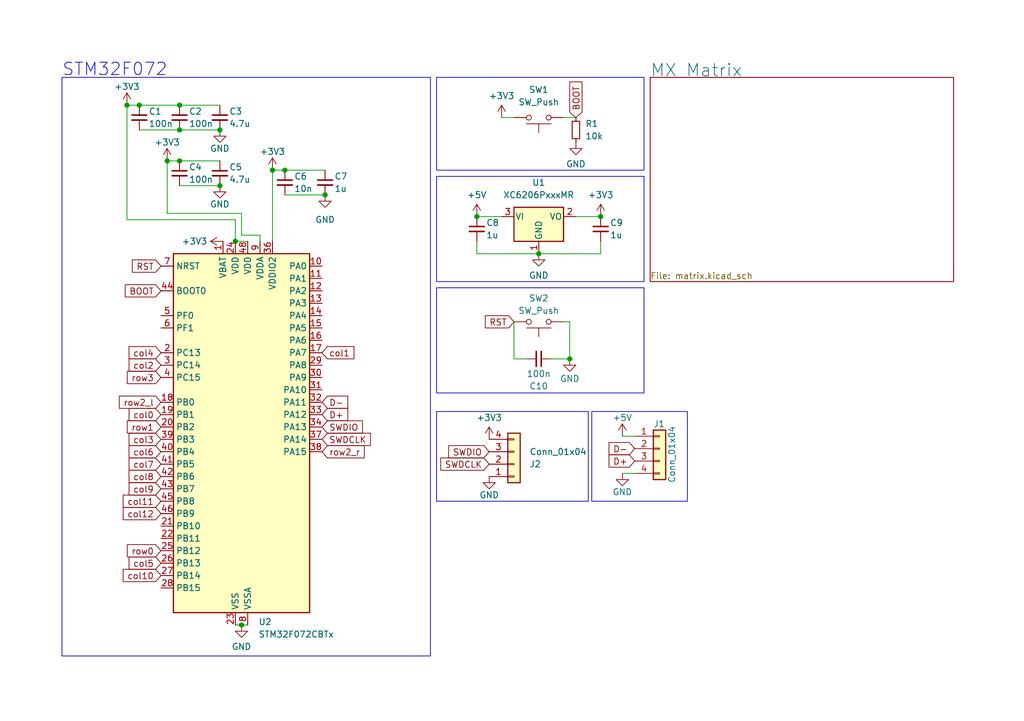
<source format=kicad_sch>
(kicad_sch (version 20231120) (generator "eeschema") (generator_version "8.0")
  (paper "A5")
  (lib_symbols
    (symbol "Connector_Generic:Conn_01x04" (pin_names (offset 1.016) hide)
      (property "Reference" "J" (at 0 5.08 0))
      (property "Value" "Conn_01x04" (at 0 -7.62 0))
      (symbol "Conn_01x04_1_1"
        (rectangle (start -1.27 -4.953) (end 0 -5.207) (stroke (width 0.1524)))
        (rectangle (start -1.27 -2.413) (end 0 -2.667) (stroke (width 0.1524)))
        (rectangle (start -1.27 0.127) (end 0 -0.127) (stroke (width 0.1524)))
        (rectangle (start -1.27 2.667) (end 0 2.413) (stroke (width 0.1524)))
        (rectangle (start -1.27 3.81) (end 1.27 -6.35) (stroke (width 0.254)) (fill (type background)))
        (pin passive line (at -5.08 2.54 0) (length 3.81) (name "Pin_1") (number "1"))
        (pin passive line (at -5.08 0 0) (length 3.81) (name "Pin_2") (number "2"))
        (pin passive line (at -5.08 -2.54 0) (length 3.81) (name "Pin_3") (number "3"))
        (pin passive line (at -5.08 -5.08 0) (length 3.81) (name "Pin_4") (number "4"))
      )
    )
    (symbol "Device:C_Small" (pin_numbers hide) (pin_names (offset 0.254) hide)
      (property "Reference" "C" (at 0.254 1.778 0))
      (property "Value" "C_Small" (at 0.254 -2.032 0))
      (symbol "C_Small_0_1"
        (polyline (pts (xy -1.524 -0.508) (xy 1.524 -0.508)) (stroke (width 0.3302)))
        (polyline (pts (xy -1.524 0.508) (xy 1.524 0.508)) (stroke (width 0.3048)))
      )
      (symbol "C_Small_1_1"
        (pin passive line (at 0 2.54 270) (length 2.032) (name "~") (number "1"))
        (pin passive line (at 0 -2.54 90) (length 2.032) (name "~") (number "2"))
      )
    )
    (symbol "Device:R_Small" (pin_numbers hide) (pin_names (offset 0.254) hide)
      (property "Reference" "R" (at 0.762 0.508 0))
      (property "Value" "R_Small" (at 0.762 -1.016 0))
      (symbol "R_Small_0_1"
        (rectangle (start -0.762 1.778) (end 0.762 -1.778) (stroke (width 0.2032)))
      )
      (symbol "R_Small_1_1"
        (pin passive line (at 0 2.54 270) (length 0.762) (name "~") (number "1"))
        (pin passive line (at 0 -2.54 90) (length 0.762) (name "~") (number "2"))
      )
    )
    (symbol "MCU_ST_STM32F0:STM32F072CBTx"
      (property "Reference" "U" (at -12.7 39.37 0))
      (property "Value" "STM32F072CBTx" (at 10.16 39.37 0))
      (symbol "STM32F072CBTx_0_1"
        (rectangle (start -12.7 -35.56) (end 15.24 38.1) (stroke (width 0.254)) (fill (type background)))
      )
      (symbol "STM32F072CBTx_1_1"
        (pin power_in line (at -2.54 40.64 270) (length 2.54) (name "VBAT") (number "1"))
        (pin bidirectional line (at 17.78 35.56 180) (length 2.54) (name "PA0") (number "10"))
        (pin bidirectional line (at 17.78 33.02 180) (length 2.54) (name "PA1") (number "11"))
        (pin bidirectional line (at 17.78 30.48 180) (length 2.54) (name "PA2") (number "12"))
        (pin bidirectional line (at 17.78 27.94 180) (length 2.54) (name "PA3") (number "13"))
        (pin bidirectional line (at 17.78 25.4 180) (length 2.54) (name "PA4") (number "14"))
        (pin bidirectional line (at 17.78 22.86 180) (length 2.54) (name "PA5") (number "15"))
        (pin bidirectional line (at 17.78 20.32 180) (length 2.54) (name "PA6") (number "16"))
        (pin bidirectional line (at 17.78 17.78 180) (length 2.54) (name "PA7") (number "17"))
        (pin bidirectional line (at -15.24 7.62 0) (length 2.54) (name "PB0") (number "18"))
        (pin bidirectional line (at -15.24 5.08 0) (length 2.54) (name "PB1") (number "19"))
        (pin bidirectional line (at -15.24 17.78 0) (length 2.54) (name "PC13") (number "2"))
        (pin bidirectional line (at -15.24 2.54 0) (length 2.54) (name "PB2") (number "20"))
        (pin bidirectional line (at -15.24 -17.78 0) (length 2.54) (name "PB10") (number "21"))
        (pin bidirectional line (at -15.24 -20.32 0) (length 2.54) (name "PB11") (number "22"))
        (pin power_in line (at 0 -38.1 90) (length 2.54) (name "VSS") (number "23"))
        (pin power_in line (at 0 40.64 270) (length 2.54) (name "VDD") (number "24"))
        (pin bidirectional line (at -15.24 -22.86 0) (length 2.54) (name "PB12") (number "25"))
        (pin bidirectional line (at -15.24 -25.4 0) (length 2.54) (name "PB13") (number "26"))
        (pin bidirectional line (at -15.24 -27.94 0) (length 2.54) (name "PB14") (number "27"))
        (pin bidirectional line (at -15.24 -30.48 0) (length 2.54) (name "PB15") (number "28"))
        (pin bidirectional line (at 17.78 15.24 180) (length 2.54) (name "PA8") (number "29"))
        (pin bidirectional line (at -15.24 15.24 0) (length 2.54) (name "PC14") (number "3"))
        (pin bidirectional line (at 17.78 12.7 180) (length 2.54) (name "PA9") (number "30"))
        (pin bidirectional line (at 17.78 10.16 180) (length 2.54) (name "PA10") (number "31"))
        (pin bidirectional line (at 17.78 7.62 180) (length 2.54) (name "PA11") (number "32"))
        (pin bidirectional line (at 17.78 5.08 180) (length 2.54) (name "PA12") (number "33"))
        (pin bidirectional line (at 17.78 2.54 180) (length 2.54) (name "PA13") (number "34"))
        (pin passive line (at 0 -38.1 90) (length 2.54) hide (name "VSS") (number "35"))
        (pin power_in line (at 7.62 40.64 270) (length 2.54) (name "VDDIO2") (number "36"))
        (pin bidirectional line (at 17.78 0 180) (length 2.54) (name "PA14") (number "37"))
        (pin bidirectional line (at 17.78 -2.54 180) (length 2.54) (name "PA15") (number "38"))
        (pin bidirectional line (at -15.24 0 0) (length 2.54) (name "PB3") (number "39"))
        (pin bidirectional line (at -15.24 12.7 0) (length 2.54) (name "PC15") (number "4"))
        (pin bidirectional line (at -15.24 -2.54 0) (length 2.54) (name "PB4") (number "40"))
        (pin bidirectional line (at -15.24 -5.08 0) (length 2.54) (name "PB5") (number "41"))
        (pin bidirectional line (at -15.24 -7.62 0) (length 2.54) (name "PB6") (number "42"))
        (pin bidirectional line (at -15.24 -10.16 0) (length 2.54) (name "PB7") (number "43"))
        (pin input line (at -15.24 30.48 0) (length 2.54) (name "BOOT0") (number "44"))
        (pin bidirectional line (at -15.24 -12.7 0) (length 2.54) (name "PB8") (number "45"))
        (pin bidirectional line (at -15.24 -15.24 0) (length 2.54) (name "PB9") (number "46"))
        (pin passive line (at 0 -38.1 90) (length 2.54) hide (name "VSS") (number "47"))
        (pin power_in line (at 2.54 40.64 270) (length 2.54) (name "VDD") (number "48"))
        (pin bidirectional line (at -15.24 25.4 0) (length 2.54) (name "PF0") (number "5"))
        (pin bidirectional line (at -15.24 22.86 0) (length 2.54) (name "PF1") (number "6"))
        (pin input line (at -15.24 35.56 0) (length 2.54) (name "NRST") (number "7"))
        (pin power_in line (at 2.54 -38.1 90) (length 2.54) (name "VSSA") (number "8"))
        (pin power_in line (at 5.08 40.64 270) (length 2.54) (name "VDDA") (number "9"))
      )
    )
    (symbol "Regulator_Linear:XC6206PxxxMR" (pin_names (offset 0.254))
      (property "Reference" "U" (at -3.81 3.175 0))
      (property "Value" "XC6206PxxxMR" (at 0 3.175 0))
      (symbol "XC6206PxxxMR_0_1"
        (rectangle (start -5.08 1.905) (end 5.08 -5.08) (stroke (width 0.254)) (fill (type background)))
      )
      (symbol "XC6206PxxxMR_1_1"
        (pin power_in line (at 0 -7.62 90) (length 2.54) (name "GND") (number "1"))
        (pin power_out line (at 7.62 0 180) (length 2.54) (name "VO") (number "2"))
        (pin power_in line (at -7.62 0 0) (length 2.54) (name "VI") (number "3"))
      )
    )
    (symbol "Switch:SW_Push" (pin_numbers hide) (pin_names (offset 1.016) hide)
      (property "Reference" "SW" (at 1.27 2.54 0))
      (property "Value" "SW_Push" (at 0 -1.524 0))
      (symbol "SW_Push_0_1"
        (circle (center -2.032 0) (radius 0.508))
        (polyline (pts (xy 0 1.27) (xy 0 3.048)))
        (polyline (pts (xy 2.54 1.27) (xy -2.54 1.27)))
        (circle (center 2.032 0) (radius 0.508))
        (pin passive line (at -5.08 0 0) (length 2.54) (name "1") (number "1"))
        (pin passive line (at 5.08 0 180) (length 2.54) (name "2") (number "2"))
      )
    )
    (symbol "ark40:Conn_01x04" (pin_names (offset 1.016) hide)
      (property "Reference" "J" (at 0 5.08 0))
      (property "Value" "Conn_01x04" (at 0 -7.62 0))
      (symbol "Conn_01x04_1_1"
        (rectangle (start -1.27 -4.953) (end 0 -5.207) (stroke (width 0.1524)))
        (rectangle (start -1.27 -2.413) (end 0 -2.667) (stroke (width 0.1524)))
        (rectangle (start -1.27 0.127) (end 0 -0.127) (stroke (width 0.1524)))
        (rectangle (start -1.27 2.667) (end 0 2.413) (stroke (width 0.1524)))
        (rectangle (start -1.27 3.81) (end 1.27 -6.35) (stroke (width 0.254)) (fill (type background)))
        (pin passive line (at -5.08 2.54 0) (length 3.81) (name "Pin_1") (number "1"))
        (pin passive line (at -5.08 0 0) (length 3.81) (name "Pin_2") (number "2"))
        (pin passive line (at -5.08 -2.54 0) (length 3.81) (name "Pin_3") (number "3"))
        (pin passive line (at -5.08 -5.08 0) (length 3.81) (name "Pin_4") (number "4"))
      )
    )
    (symbol "power:+3V3" (power) (pin_names (offset 0))
      (property "Value" "+3V3" (at 0 3.556 0))
      (symbol "+3V3_0_1"
        (polyline (pts (xy -0.762 1.27) (xy 0 2.54)))
        (polyline (pts (xy 0 0) (xy 0 2.54)))
        (polyline (pts (xy 0 2.54) (xy 0.762 1.27)))
      )
      (symbol "+3V3_1_1"
        (pin power_in line (at 0 0 90) (length 0) hide (name "+3V3") (number "1"))
      )
    )
    (symbol "power:+5V" (power) (pin_names (offset 0))
      (property "Value" "+5V" (at 0 3.556 0))
      (symbol "+5V_0_1"
        (polyline (pts (xy -0.762 1.27) (xy 0 2.54)))
        (polyline (pts (xy 0 0) (xy 0 2.54)))
        (polyline (pts (xy 0 2.54) (xy 0.762 1.27)))
      )
      (symbol "+5V_1_1"
        (pin power_in line (at 0 0 90) (length 0) hide (name "+5V") (number "1"))
      )
    )
    (symbol "power:GND" (power) (pin_names (offset 0))
      (property "Value" "GND" (at 0 -3.81 0))
      (symbol "GND_0_1"
        (polyline (pts (xy 0 0) (xy 0 -1.27) (xy 1.27 -1.27) (xy 0 -2.54) (xy -1.27 -1.27) (xy 0 -1.27)))
      )
      (symbol "GND_1_1"
        (pin power_in line (at 0 0 270) (length 0) hide (name "GND") (number "1"))
      )
    )
  )
  (junction (at 58.42 34.925))
  (junction (at 116.84 73.66))
  (junction (at 34.29 33.02))
  (junction (at 45.085 38.1))
  (junction (at 66.675 40.005))
  (junction (at 123.19 44.45))
  (junction (at 36.83 33.02))
  (junction (at 97.79 44.45))
  (junction (at 26.035 21.59))
  (junction (at 45.085 26.67))
  (junction (at 55.88 34.925))
  (junction (at 28.575 21.59))
  (junction (at 110.49 52.07))
  (junction (at 36.83 21.59))
  (junction (at 36.83 26.67))
  (junction (at 49.53 128.27))
  (junction (at 48.26 49.53))
  (wire (pts (xy 58.42 34.925) (xy 66.675 34.925)))
  (wire (pts (xy 123.19 52.07) (xy 110.49 52.07)))
  (wire (pts (xy 118.11 24.13) (xy 115.57 24.13)))
  (wire (pts (xy 105.41 73.66) (xy 107.95 73.66)))
  (wire (pts (xy 110.49 52.07) (xy 97.79 52.07)))
  (wire (pts (xy 36.83 33.02) (xy 45.085 33.02)))
  (wire (pts (xy 105.41 66.04) (xy 105.41 73.66)))
  (wire (pts (xy 116.84 66.04) (xy 115.57 66.04)))
  (wire (pts (xy 116.84 66.04) (xy 116.84 73.66)))
  (wire (pts (xy 26.035 21.59) (xy 28.575 21.59)))
  (wire (pts (xy 36.83 26.67) (xy 45.085 26.67)))
  (wire (pts (xy 34.29 33.02) (xy 34.29 43.815)))
  (wire (pts (xy 48.26 128.27) (xy 49.53 128.27)))
  (wire (pts (xy 118.11 44.45) (xy 123.19 44.45)))
  (wire (pts (xy 26.035 21.59) (xy 26.035 45.085)))
  (wire (pts (xy 97.79 44.45) (xy 102.87 44.45)))
  (wire (pts (xy 28.575 26.67) (xy 36.83 26.67)))
  (wire (pts (xy 123.19 49.53) (xy 123.19 52.07)))
  (wire (pts (xy 53.34 48.26) (xy 49.53 48.26)))
  (wire (pts (xy 49.53 48.26) (xy 49.53 43.815)))
  (wire (pts (xy 36.83 21.59) (xy 45.085 21.59)))
  (wire (pts (xy 58.42 40.005) (xy 66.675 40.005)))
  (wire (pts (xy 130.175 97.155) (xy 127.635 97.155)))
  (wire (pts (xy 113.03 73.66) (xy 116.84 73.66)))
  (wire (pts (xy 34.29 43.815) (xy 49.53 43.815)))
  (wire (pts (xy 53.34 48.26) (xy 53.34 49.53)))
  (wire (pts (xy 48.26 45.085) (xy 26.035 45.085)))
  (wire (pts (xy 48.26 45.085) (xy 48.26 49.53)))
  (wire (pts (xy 127.635 89.535) (xy 130.175 89.535)))
  (wire (pts (xy 28.575 21.59) (xy 36.83 21.59)))
  (wire (pts (xy 55.88 34.925) (xy 55.88 49.53)))
  (wire (pts (xy 102.87 24.13) (xy 105.41 24.13)))
  (wire (pts (xy 97.79 52.07) (xy 97.79 49.53)))
  (wire (pts (xy 34.29 33.02) (xy 36.83 33.02)))
  (wire (pts (xy 48.26 49.53) (xy 50.8 49.53)))
  (wire (pts (xy 49.53 128.27) (xy 50.8 128.27)))
  (wire (pts (xy 55.88 34.925) (xy 58.42 34.925)))
  (wire (pts (xy 36.83 38.1) (xy 45.085 38.1)))
  (rectangle (start 89.535 59.055) (end 132.08 80.645))
  (rectangle (start 89.535 84.455) (end 120.65 102.87))
  (rectangle (start 121.3612 84.455) (end 140.97 102.87))
  (rectangle (start 89.535 15.875) (end 132.08 34.925))
  (rectangle (start 89.535 36.195) (end 132.08 57.785))
  (rectangle (start 12.7 15.875) (end 88.265 134.62))
  (text "STM32F072" (at 12.7 15.875 0) (effects (font (size 2.54 2.54)) (justify left bottom)))
  (global_label "D-" (shape input) (at 130.175 92.075 180) (property "Intersheetrefs" "${INTERSHEET_REFS}" (effects (hide yes))))
  (global_label "row2_r" (shape input) (at 66.04 92.71 0) (property "Intersheetrefs" "${INTERSHEET_REFS}" (effects (hide yes))))
  (global_label "col0" (shape input) (at 33.02 85.09 180) (property "Intersheetrefs" "${INTERSHEET_REFS}" (effects (hide yes))))
  (global_label "row1" (shape input) (at 33.02 87.63 180) (property "Intersheetrefs" "${INTERSHEET_REFS}" (effects (hide yes))))
  (global_label "col5" (shape input) (at 33.02 115.57 180) (property "Intersheetrefs" "${INTERSHEET_REFS}" (effects (hide yes))))
  (global_label "col7" (shape input) (at 33.02 95.25 180) (property "Intersheetrefs" "${INTERSHEET_REFS}" (effects (hide yes))))
  (global_label "col6" (shape input) (at 33.02 92.71 180) (property "Intersheetrefs" "${INTERSHEET_REFS}" (effects (hide yes))))
  (global_label "RST" (shape input) (at 33.02 54.61 180) (property "Intersheetrefs" "${INTERSHEET_REFS}" (effects (hide yes))))
  (global_label "D+" (shape input) (at 66.04 85.09 0) (property "Intersheetrefs" "${INTERSHEET_REFS}" (effects (hide yes))))
  (global_label "BOOT" (shape input) (at 33.02 59.69 180) (property "Intersheetrefs" "${INTERSHEET_REFS}" (effects (hide yes))))
  (global_label "SWDIO" (shape input) (at 66.04 87.63 0) (property "Intersheetrefs" "${INTERSHEET_REFS}" (effects (hide yes))))
  (global_label "col4" (shape input) (at 33.02 72.39 180) (property "Intersheetrefs" "${INTERSHEET_REFS}" (effects (hide yes))))
  (global_label "RST" (shape input) (at 105.41 66.04 180) (property "Intersheetrefs" "${INTERSHEET_REFS}" (effects (hide yes))))
  (global_label "row0" (shape input) (at 33.02 113.03 180) (property "Intersheetrefs" "${INTERSHEET_REFS}" (effects (hide yes))))
  (global_label "col10" (shape input) (at 33.02 118.11 180) (property "Intersheetrefs" "${INTERSHEET_REFS}" (effects (hide yes))))
  (global_label "col12" (shape input) (at 33.02 105.41 180) (property "Intersheetrefs" "${INTERSHEET_REFS}" (effects (hide yes))))
  (global_label "SWDIO" (shape input) (at 100.33 92.71 180) (property "Intersheetrefs" "${INTERSHEET_REFS}" (effects (hide yes))))
  (global_label "D-" (shape input) (at 66.04 82.55 0) (property "Intersheetrefs" "${INTERSHEET_REFS}" (effects (hide yes))))
  (global_label "col9" (shape input) (at 33.02 100.33 180) (property "Intersheetrefs" "${INTERSHEET_REFS}" (effects (hide yes))))
  (global_label "BOOT" (shape input) (at 118.11 24.13 90) (property "Intersheetrefs" "${INTERSHEET_REFS}" (effects (hide yes))))
  (global_label "col1" (shape input) (at 66.04 72.39 0) (property "Intersheetrefs" "${INTERSHEET_REFS}" (effects (hide yes))))
  (global_label "row3" (shape input) (at 33.02 77.47 180) (property "Intersheetrefs" "${INTERSHEET_REFS}" (effects (hide yes))))
  (global_label "col3" (shape input) (at 33.02 90.17 180) (property "Intersheetrefs" "${INTERSHEET_REFS}" (effects (hide yes))))
  (global_label "col2" (shape input) (at 33.02 74.93 180) (property "Intersheetrefs" "${INTERSHEET_REFS}" (effects (hide yes))))
  (global_label "SWDCLK" (shape input) (at 100.33 95.25 180) (property "Intersheetrefs" "${INTERSHEET_REFS}" (effects (hide yes))))
  (global_label "col8" (shape input) (at 33.02 97.79 180) (property "Intersheetrefs" "${INTERSHEET_REFS}" (effects (hide yes))))
  (global_label "D+" (shape input) (at 130.175 94.615 180) (property "Intersheetrefs" "${INTERSHEET_REFS}" (effects (hide yes))))
  (global_label "col11" (shape input) (at 33.02 102.87 180) (property "Intersheetrefs" "${INTERSHEET_REFS}" (effects (hide yes))))
  (global_label "row2_l" (shape input) (at 33.02 82.55 180) (property "Intersheetrefs" "${INTERSHEET_REFS}" (effects (hide yes))))
  (global_label "SWDCLK" (shape input) (at 66.04 90.17 0) (property "Intersheetrefs" "${INTERSHEET_REFS}" (effects (hide yes))))
  (symbol (lib_id "power:GND") (at 110.49 52.07 0) (unit 1)
    (property "Reference" "#PWR012" (effects (hide yes)))
    (property "Value" "GND" (at 110.49 56.515 0))
  )
  (symbol (lib_id "power:+3V3") (at 102.87 24.13 0) (unit 1)
    (property "Reference" "#PWR02" (effects (hide yes)))
    (property "Value" "+3V3" (at 102.87 19.685 0))
  )
  (symbol (lib_id "Switch:SW_Push") (at 110.49 24.13 180) (unit 1)
    (property "Reference" "SW1" (at 110.49 18.415 0))
    (property "Value" "SW_Push" (at 110.49 20.955 0))
    (property "Footprint" "Button_Switch_SMD:SW_Push_1P1T_XKB_TS-1187A" (effects (hide yes)))
  )
  (symbol (lib_id "Switch:SW_Push") (at 110.49 66.04 180) (unit 1)
    (property "Reference" "SW2" (at 110.49 61.214 0))
    (property "Value" "SW_Push" (at 110.49 63.754 0))
    (property "Footprint" "Button_Switch_SMD:SW_Push_1P1T_XKB_TS-1187A" (effects (hide yes)))
  )
  (symbol (lib_id "ark40:Conn_01x04") (at 135.255 92.075 0) (unit 1)
    (property "Reference" "J1" (at 133.985 86.995 0) (effects (justify left)))
    (property "Value" "Conn_01x04" (at 137.795 99.1362 90) (effects (justify left)))
    (property "Footprint" "Connector_JST:JST_SH_SM04B-SRSS-TB_1x04-1MP_P1.00mm_Horizontal" (effects (hide yes)))
  )
  (symbol (lib_id "power:+3V3") (at 34.29 33.02 0) (unit 1)
    (property "Reference" "#PWR05" (effects (hide yes)))
    (property "Value" "+3V3" (at 34.29 29.21 0))
  )
  (symbol (lib_id "power:+3V3") (at 55.88 34.925 0) (unit 1)
    (property "Reference" "#PWR06" (effects (hide yes)))
    (property "Value" "+3V3" (at 55.88 31.115 0))
  )
  (symbol (lib_id "Device:R_Small") (at 118.11 26.67 0) (unit 1)
    (property "Reference" "R1" (at 120.015 25.4 0) (effects (justify left)))
    (property "Value" "10k" (at 120.015 27.94 0) (effects (justify left)))
    (property "Footprint" "Resistor_SMD:R_0603_1608Metric" (effects (hide yes)))
  )
  (symbol (lib_id "power:GND") (at 100.33 97.79 0) (unit 1)
    (property "Reference" "#PWR017" (effects (hide yes)))
    (property "Value" "GND" (at 100.33 101.6 0))
  )
  (symbol (lib_id "power:+5V") (at 127.635 89.535 0) (unit 1)
    (property "Reference" "#PWR014" (effects (hide yes)))
    (property "Value" "+5V" (at 127.635 85.725 0))
  )
  (symbol (lib_id "Device:C_Small") (at 45.085 24.13 0) (unit 1)
    (property "Reference" "C3" (at 46.99 22.86 0) (effects (justify left)))
    (property "Value" "4.7u" (at 46.99 25.4 0) (effects (justify left)))
    (property "Footprint" "Capacitor_SMD:C_0603_1608Metric" (effects (hide yes)))
  )
  (symbol (lib_id "power:GND") (at 66.675 40.005 0) (unit 1)
    (property "Reference" "#PWR08" (effects (hide yes)))
    (property "Value" "GND" (at 66.675 45.085 0))
  )
  (symbol (lib_id "power:GND") (at 45.085 38.1 0) (unit 1)
    (property "Reference" "#PWR07" (effects (hide yes)))
    (property "Value" "GND" (at 45.085 41.91 0))
  )
  (symbol (lib_id "Device:C_Small") (at 36.83 24.13 0) (unit 1)
    (property "Reference" "C2" (at 38.735 22.86 0) (effects (justify left)))
    (property "Value" "100n" (at 38.735 25.4 0) (effects (justify left)))
    (property "Footprint" "Capacitor_SMD:C_0402_1005Metric" (effects (hide yes)))
  )
  (symbol (lib_id "Device:C_Small") (at 28.575 24.13 0) (unit 1)
    (property "Reference" "C1" (at 30.48 22.86 0) (effects (justify left)))
    (property "Value" "100n" (at 30.48 25.4 0) (effects (justify left)))
    (property "Footprint" "Capacitor_SMD:C_0402_1005Metric" (effects (hide yes)))
  )
  (symbol (lib_id "Device:C_Small") (at 36.83 35.56 0) (unit 1)
    (property "Reference" "C4" (at 38.735 34.29 0) (effects (justify left)))
    (property "Value" "100n" (at 38.735 36.83 0) (effects (justify left)))
    (property "Footprint" "Capacitor_SMD:C_0402_1005Metric" (effects (hide yes)))
  )
  (symbol (lib_id "Device:C_Small") (at 123.19 46.99 0) (unit 1)
    (property "Reference" "C9" (at 125.095 45.72 0) (effects (justify left)))
    (property "Value" "1u" (at 125.095 48.26 0) (effects (justify left)))
    (property "Footprint" "Capacitor_SMD:C_0603_1608Metric" (effects (hide yes)))
  )
  (symbol (lib_id "power:+3V3") (at 100.33 90.17 0) (unit 1)
    (property "Reference" "#PWR015" (effects (hide yes)))
    (property "Value" "+3V3" (at 100.33 85.725 0))
  )
  (symbol (lib_id "Device:C_Small") (at 66.675 37.465 0) (unit 1)
    (property "Reference" "C7" (at 68.58 36.195 0) (effects (justify left)))
    (property "Value" "1u" (at 68.58 38.735 0) (effects (justify left)))
    (property "Footprint" "Capacitor_SMD:C_0603_1608Metric" (effects (hide yes)))
  )
  (symbol (lib_id "power:+5V") (at 97.79 44.45 0) (unit 1)
    (property "Reference" "#PWR09" (effects (hide yes)))
    (property "Value" "+5V" (at 97.79 40.005 0))
  )
  (symbol (lib_id "Regulator_Linear:XC6206PxxxMR") (at 110.49 44.45 0) (unit 1)
    (property "Reference" "U1" (at 110.49 37.465 0))
    (property "Value" "XC6206PxxxMR" (at 110.49 40.005 0))
    (property "Footprint" "Package_TO_SOT_SMD:SOT-23-3" (effects (hide yes)))
    (property "Datasheet" "https://www.torexsemi.com/file/xc6206/XC6206.pdf" (effects (hide yes)))
  )
  (symbol (lib_id "power:GND") (at 127.635 97.155 0) (unit 1)
    (property "Reference" "#PWR016" (effects (hide yes)))
    (property "Value" "GND" (at 127.635 100.965 0))
  )
  (symbol (lib_id "Device:C_Small") (at 58.42 37.465 0) (unit 1)
    (property "Reference" "C6" (at 60.325 36.195 0) (effects (justify left)))
    (property "Value" "10n" (at 60.325 38.735 0) (effects (justify left)))
    (property "Footprint" "Capacitor_SMD:C_0402_1005Metric" (effects (hide yes)))
  )
  (symbol (lib_id "power:+3V3") (at 45.72 49.53 90) (unit 1)
    (property "Reference" "#PWR011" (effects (hide yes)))
    (property "Value" "+3V3" (at 42.545 49.53 90) (effects (justify left)))
  )
  (symbol (lib_id "power:GND") (at 49.53 128.27 0) (unit 1)
    (property "Reference" "#PWR018" (effects (hide yes)))
    (property "Value" "GND" (at 49.53 132.715 0))
  )
  (symbol (lib_id "Device:C_Small") (at 110.49 73.66 270) (unit 1)
    (property "Reference" "C10" (at 110.49 79.248 90))
    (property "Value" "100n" (at 110.49 76.708 90))
    (property "Footprint" "Capacitor_SMD:C_0402_1005Metric" (effects (hide yes)))
  )
  (symbol (lib_id "power:+3V3") (at 26.035 21.59 0) (unit 1)
    (property "Reference" "#PWR01" (effects (hide yes)))
    (property "Value" "+3V3" (at 26.035 17.78 0))
  )
  (symbol (lib_id "power:GND") (at 45.085 26.67 0) (unit 1)
    (property "Reference" "#PWR03" (effects (hide yes)))
    (property "Value" "GND" (at 45.085 30.48 0))
  )
  (symbol (lib_id "Connector_Generic:Conn_01x04") (at 105.41 95.25 0) (mirror x) (unit 1)
    (property "Reference" "J2" (at 108.585 95.25 0) (effects (justify left)))
    (property "Value" "Conn_01x04" (at 108.585 92.71 0) (effects (justify left)))
    (property "Footprint" "Connector_PinHeader_2.54mm:PinHeader_1x04_P2.54mm_Vertical" (effects (hide yes)))
  )
  (symbol (lib_id "MCU_ST_STM32F0:STM32F072CBTx") (at 48.26 90.17 0) (unit 1)
    (property "Reference" "U2" (at 52.9941 127.635 0) (effects (justify left)))
    (property "Value" "STM32F072CBTx" (at 52.9941 130.175 0) (effects (justify left)))
    (property "Footprint" "Package_QFP:LQFP-48_7x7mm_P0.5mm" (effects (hide yes)))
    (property "Datasheet" "https://www.st.com/resource/en/datasheet/stm32f072cb.pdf" (effects (hide yes)))
  )
  (symbol (lib_id "power:+3V3") (at 123.19 44.45 0) (unit 1)
    (property "Reference" "#PWR010" (effects (hide yes)))
    (property "Value" "+3V3" (at 123.19 40.005 0))
  )
  (symbol (lib_id "power:GND") (at 116.84 73.66 0) (unit 1)
    (property "Reference" "#PWR013" (effects (hide yes)))
    (property "Value" "GND" (at 114.808 77.724 0) (effects (justify left)))
  )
  (symbol (lib_id "Device:C_Small") (at 97.79 46.99 0) (unit 1)
    (property "Reference" "C8" (at 99.695 45.72 0) (effects (justify left)))
    (property "Value" "1u" (at 99.695 48.26 0) (effects (justify left)))
    (property "Footprint" "Capacitor_SMD:C_0603_1608Metric" (effects (hide yes)))
  )
  (symbol (lib_id "Device:C_Small") (at 45.085 35.56 0) (unit 1)
    (property "Reference" "C5" (at 46.99 34.29 0) (effects (justify left)))
    (property "Value" "4.7u" (at 46.99 36.83 0) (effects (justify left)))
    (property "Footprint" "Capacitor_SMD:C_0603_1608Metric" (effects (hide yes)))
  )
  (symbol (lib_id "power:GND") (at 118.11 29.21 0) (unit 1)
    (property "Reference" "#PWR04" (effects (hide yes)))
    (property "Value" "GND" (at 118.11 33.655 0))
  )
  (sheet (at 133.35 15.875) (size 62.23 41.91) (stroke (width 0.1524))
    (property "Sheetname" "MX Matrix" (at 133.35 15.875 0) (effects (font (size 2.54 2.54)) (justify left bottom)))
    (property "Sheetfile" "matrix.kicad_sch" (at 133.35 55.88 0) (effects (justify left top)))
  )
)
</source>
